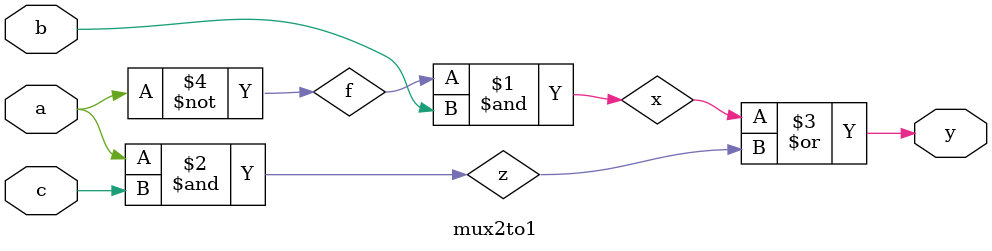
<source format=v>
module mux2to1(
  input a,
  input b,
  input c,
  output y
);
  wire f,x,z;
  not(f,a);
  and(x,f,b);
  and(z,a,c);
  or(y,x,z);
endmodule

</source>
